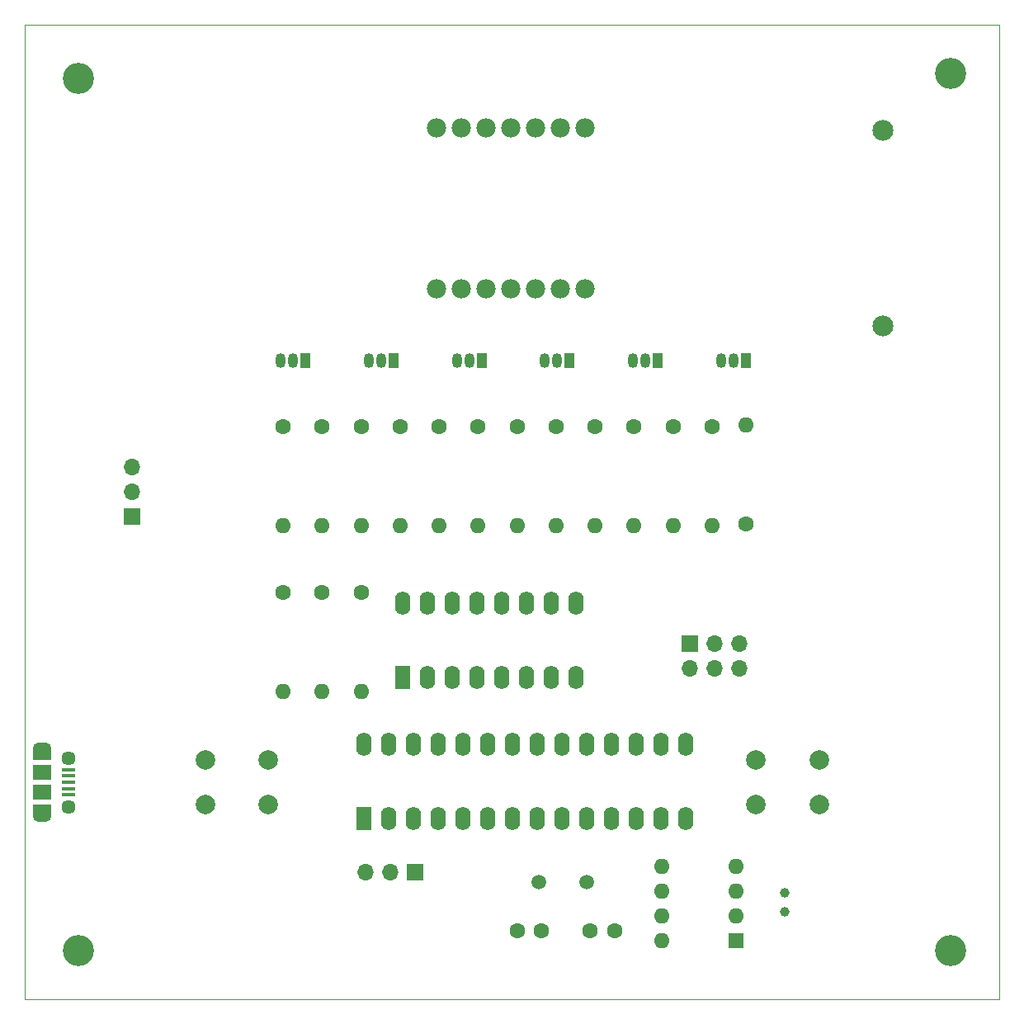
<source format=gbr>
G04 #@! TF.GenerationSoftware,KiCad,Pcbnew,5.1.6-c6e7f7d~87~ubuntu18.04.1*
G04 #@! TF.CreationDate,2020-10-04T00:16:17+02:00*
G04 #@! TF.ProjectId,PicoThermo,5069636f-5468-4657-926d-6f2e6b696361,rev?*
G04 #@! TF.SameCoordinates,Original*
G04 #@! TF.FileFunction,Soldermask,Top*
G04 #@! TF.FilePolarity,Negative*
%FSLAX46Y46*%
G04 Gerber Fmt 4.6, Leading zero omitted, Abs format (unit mm)*
G04 Created by KiCad (PCBNEW 5.1.6-c6e7f7d~87~ubuntu18.04.1) date 2020-10-04 00:16:17*
%MOMM*%
%LPD*%
G01*
G04 APERTURE LIST*
G04 #@! TA.AperFunction,Profile*
%ADD10C,0.100000*%
G04 #@! TD*
%ADD11C,3.200000*%
%ADD12C,1.000000*%
%ADD13C,1.500000*%
%ADD14R,1.050000X1.500000*%
%ADD15O,1.050000X1.500000*%
%ADD16O,1.600000X1.600000*%
%ADD17R,1.600000X1.600000*%
%ADD18O,1.600000X2.400000*%
%ADD19R,1.600000X2.400000*%
%ADD20C,2.000000*%
%ADD21C,1.600000*%
%ADD22C,1.981200*%
%ADD23O,1.700000X1.700000*%
%ADD24R,1.700000X1.700000*%
%ADD25R,1.900000X1.200000*%
%ADD26O,1.900000X1.200000*%
%ADD27R,1.900000X1.500000*%
%ADD28C,1.450000*%
%ADD29R,1.350000X0.400000*%
%ADD30C,2.151380*%
G04 APERTURE END LIST*
D10*
X95000000Y-125000000D02*
X95000000Y-25000000D01*
X195000000Y-125000000D02*
X95000000Y-125000000D01*
X195000000Y-25000000D02*
X195000000Y-125000000D01*
X95000000Y-25000000D02*
X195000000Y-25000000D01*
D11*
G04 #@! TO.C,REF\u002A\u002A*
X100500000Y-120000000D03*
G04 #@! TD*
G04 #@! TO.C,REF\u002A\u002A*
X190000000Y-120000000D03*
G04 #@! TD*
G04 #@! TO.C,REF\u002A\u002A*
X190000000Y-30000000D03*
G04 #@! TD*
G04 #@! TO.C,REF\u002A\u002A*
X100500000Y-30500000D03*
G04 #@! TD*
D12*
G04 #@! TO.C,Y2*
X173000000Y-114100000D03*
X173000000Y-116000000D03*
G04 #@! TD*
D13*
G04 #@! TO.C,Y1*
X152630000Y-113000000D03*
X147750000Y-113000000D03*
G04 #@! TD*
D14*
G04 #@! TO.C,U5*
X123750000Y-59500000D03*
D15*
X121210000Y-59500000D03*
X122480000Y-59500000D03*
G04 #@! TD*
D16*
G04 #@! TO.C,U3*
X160380000Y-119000000D03*
X168000000Y-111380000D03*
X160380000Y-116460000D03*
X168000000Y-113920000D03*
X160380000Y-113920000D03*
X168000000Y-116460000D03*
X160380000Y-111380000D03*
D17*
X168000000Y-119000000D03*
G04 #@! TD*
D18*
G04 #@! TO.C,U2*
X133750000Y-84380000D03*
X151530000Y-92000000D03*
X136290000Y-84380000D03*
X148990000Y-92000000D03*
X138830000Y-84380000D03*
X146450000Y-92000000D03*
X141370000Y-84380000D03*
X143910000Y-92000000D03*
X143910000Y-84380000D03*
X141370000Y-92000000D03*
X146450000Y-84380000D03*
X138830000Y-92000000D03*
X148990000Y-84380000D03*
X136290000Y-92000000D03*
X151530000Y-84380000D03*
D19*
X133750000Y-92000000D03*
G04 #@! TD*
D18*
G04 #@! TO.C,U1*
X129750000Y-98880000D03*
X162770000Y-106500000D03*
X132290000Y-98880000D03*
X160230000Y-106500000D03*
X134830000Y-98880000D03*
X157690000Y-106500000D03*
X137370000Y-98880000D03*
X155150000Y-106500000D03*
X139910000Y-98880000D03*
X152610000Y-106500000D03*
X142450000Y-98880000D03*
X150070000Y-106500000D03*
X144990000Y-98880000D03*
X147530000Y-106500000D03*
X147530000Y-98880000D03*
X144990000Y-106500000D03*
X150070000Y-98880000D03*
X142450000Y-106500000D03*
X152610000Y-98880000D03*
X139910000Y-106500000D03*
X155150000Y-98880000D03*
X137370000Y-106500000D03*
X157690000Y-98880000D03*
X134830000Y-106500000D03*
X160230000Y-98880000D03*
X132290000Y-106500000D03*
X162770000Y-98880000D03*
D19*
X129750000Y-106500000D03*
G04 #@! TD*
D20*
G04 #@! TO.C,SW2*
X120000000Y-100500000D03*
X120000000Y-105000000D03*
X113500000Y-100500000D03*
X113500000Y-105000000D03*
G04 #@! TD*
G04 #@! TO.C,SW1*
X176500000Y-100500000D03*
X176500000Y-105000000D03*
X170000000Y-100500000D03*
X170000000Y-105000000D03*
G04 #@! TD*
D16*
G04 #@! TO.C,R14*
X133500000Y-76410000D03*
D21*
X133500000Y-66250000D03*
G04 #@! TD*
D16*
G04 #@! TO.C,R13*
X145500000Y-76410000D03*
D21*
X145500000Y-66250000D03*
G04 #@! TD*
D16*
G04 #@! TO.C,R12*
X141500000Y-76410000D03*
D21*
X141500000Y-66250000D03*
G04 #@! TD*
D16*
G04 #@! TO.C,R11*
X137500000Y-76410000D03*
D21*
X137500000Y-66250000D03*
G04 #@! TD*
D16*
G04 #@! TO.C,R10*
X129500000Y-76410000D03*
D21*
X129500000Y-66250000D03*
G04 #@! TD*
D16*
G04 #@! TO.C,R9*
X125500000Y-76410000D03*
D21*
X125500000Y-66250000D03*
G04 #@! TD*
D16*
G04 #@! TO.C,R8*
X121500000Y-76410000D03*
D21*
X121500000Y-66250000D03*
G04 #@! TD*
D16*
G04 #@! TO.C,R3*
X125500000Y-93410000D03*
D21*
X125500000Y-83250000D03*
G04 #@! TD*
D16*
G04 #@! TO.C,R2*
X129500000Y-93410000D03*
D21*
X129500000Y-83250000D03*
G04 #@! TD*
D22*
G04 #@! TO.C,LED1*
X137260000Y-35620000D03*
X139800000Y-35620000D03*
X142340000Y-35620000D03*
X144880000Y-35620000D03*
X147420000Y-35620000D03*
X149960000Y-35620000D03*
X152500000Y-35620000D03*
X152500000Y-52080000D03*
X149960000Y-52080000D03*
X147420000Y-52080000D03*
X144880000Y-52080000D03*
X142340000Y-52080000D03*
X139800000Y-52080000D03*
X137260000Y-52080000D03*
G04 #@! TD*
D23*
G04 #@! TO.C,J4*
X106000000Y-70420000D03*
X106000000Y-72960000D03*
D24*
X106000000Y-75500000D03*
G04 #@! TD*
D23*
G04 #@! TO.C,J3*
X129920000Y-112000000D03*
X132460000Y-112000000D03*
D24*
X135000000Y-112000000D03*
G04 #@! TD*
D23*
G04 #@! TO.C,J2*
X168330000Y-91040000D03*
X168330000Y-88500000D03*
X165790000Y-91040000D03*
X165790000Y-88500000D03*
X163250000Y-91040000D03*
D24*
X163250000Y-88500000D03*
G04 #@! TD*
D25*
G04 #@! TO.C,J1*
X96762500Y-99850000D03*
X96762500Y-105650000D03*
D26*
X96762500Y-106250000D03*
X96762500Y-99250000D03*
D27*
X96762500Y-101750000D03*
D28*
X99462500Y-105250000D03*
D29*
X99462500Y-102750000D03*
X99462500Y-103400000D03*
X99462500Y-104050000D03*
X99462500Y-101450000D03*
X99462500Y-102100000D03*
D28*
X99462500Y-100250000D03*
D27*
X96762500Y-103750000D03*
G04 #@! TD*
D21*
G04 #@! TO.C,C2*
X155500000Y-118000000D03*
X153000000Y-118000000D03*
G04 #@! TD*
G04 #@! TO.C,C1*
X145500000Y-118000000D03*
X148000000Y-118000000D03*
G04 #@! TD*
D30*
G04 #@! TO.C,BT1*
X183000000Y-55898320D03*
X183000000Y-35900900D03*
G04 #@! TD*
D16*
G04 #@! TO.C,R17*
X169000000Y-66090000D03*
D21*
X169000000Y-76250000D03*
G04 #@! TD*
D16*
G04 #@! TO.C,R16*
X165500000Y-76410000D03*
D21*
X165500000Y-66250000D03*
G04 #@! TD*
D16*
G04 #@! TO.C,R7*
X153500000Y-76410000D03*
D21*
X153500000Y-66250000D03*
G04 #@! TD*
D16*
G04 #@! TO.C,R6*
X157500000Y-76410000D03*
D21*
X157500000Y-66250000D03*
G04 #@! TD*
D16*
G04 #@! TO.C,R5*
X161500000Y-76410000D03*
D21*
X161500000Y-66250000D03*
G04 #@! TD*
D16*
G04 #@! TO.C,R4*
X149500000Y-76410000D03*
D21*
X149500000Y-66250000D03*
G04 #@! TD*
D16*
G04 #@! TO.C,R1*
X121500000Y-93410000D03*
D21*
X121500000Y-83250000D03*
G04 #@! TD*
D14*
G04 #@! TO.C,Q5*
X169000000Y-59500000D03*
D15*
X166460000Y-59500000D03*
X167730000Y-59500000D03*
G04 #@! TD*
D14*
G04 #@! TO.C,Q4*
X141850000Y-59500000D03*
D15*
X139310000Y-59500000D03*
X140580000Y-59500000D03*
G04 #@! TD*
D14*
G04 #@! TO.C,Q3*
X150900000Y-59500000D03*
D15*
X148360000Y-59500000D03*
X149630000Y-59500000D03*
G04 #@! TD*
D14*
G04 #@! TO.C,Q2*
X159950000Y-59500000D03*
D15*
X157410000Y-59500000D03*
X158680000Y-59500000D03*
G04 #@! TD*
D14*
G04 #@! TO.C,Q1*
X132800000Y-59500000D03*
D15*
X130260000Y-59500000D03*
X131530000Y-59500000D03*
G04 #@! TD*
M02*

</source>
